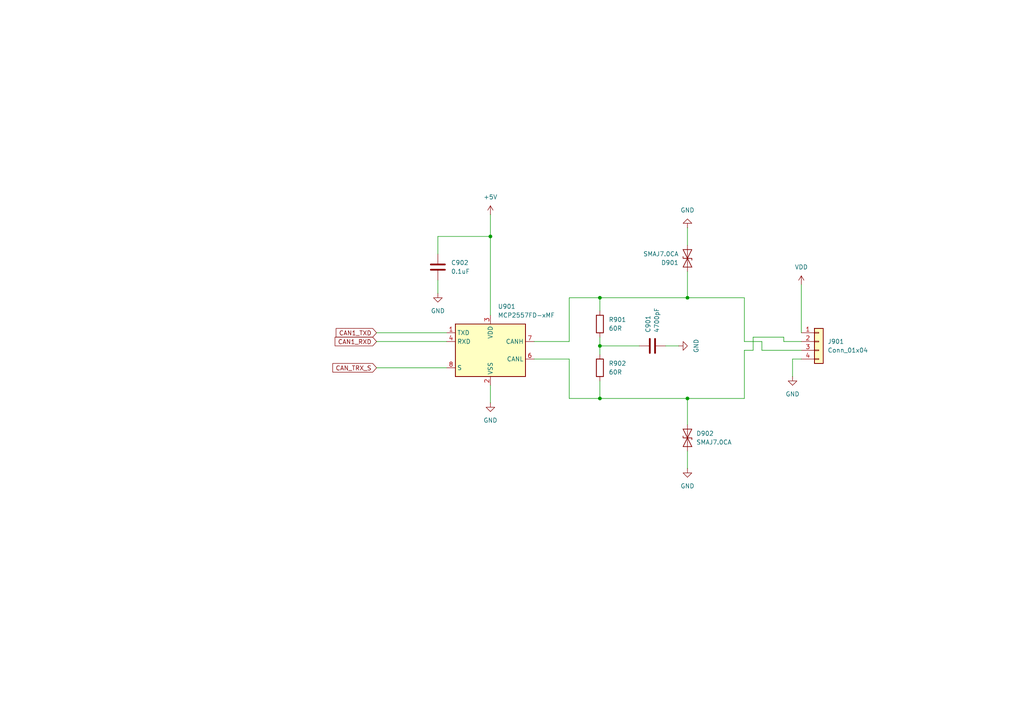
<source format=kicad_sch>
(kicad_sch (version 20250114) (generator "eeschema") (generator_version "9.0")
  (paper "A4")
  (lib_symbols
    (symbol "Connector_Generic:Conn_01x04" (pin_names (offset 1.016) (hide yes))
      (property "Reference" "J" (at 0 5.08 0))
      (property "Value" "Conn_01x04" (at 0 -7.62 0))
      (symbol "Conn_01x04_1_1"
        (rectangle (start -1.27 3.81) (end 1.27 -6.35) (stroke (width 0.254)) (fill (type background)))
        (rectangle (start -1.27 2.667) (end 0 2.413) (stroke (width 0.1524)))
        (rectangle (start -1.27 0.127) (end 0 -0.127) (stroke (width 0.1524)))
        (rectangle (start -1.27 -2.413) (end 0 -2.667) (stroke (width 0.1524)))
        (rectangle (start -1.27 -4.953) (end 0 -5.207) (stroke (width 0.1524)))
        (pin passive line (at -5.08 2.54 0) (length 3.81) (name "Pin_1") (number "1"))
        (pin passive line (at -5.08 0 0) (length 3.81) (name "Pin_2") (number "2"))
        (pin passive line (at -5.08 -2.54 0) (length 3.81) (name "Pin_3") (number "3"))
        (pin passive line (at -5.08 -5.08 0) (length 3.81) (name "Pin_4") (number "4"))
      )
    )
    (symbol "Device:C" (pin_numbers (hide yes)) (pin_names (offset 0.254))
      (property "Reference" "C" (at 0.635 2.54 0))
      (property "Value" "C" (at 0.635 -2.54 0))
      (symbol "C_0_1"
        (polyline (pts (xy -2.032 0.762) (xy 2.032 0.762)) (stroke (width 0.508)))
        (polyline (pts (xy -2.032 -0.762) (xy 2.032 -0.762)) (stroke (width 0.508)))
      )
      (symbol "C_1_1"
        (pin passive line (at 0 3.81 270) (length 2.794) (name "~") (number "1"))
        (pin passive line (at 0 -3.81 90) (length 2.794) (name "~") (number "2"))
      )
    )
    (symbol "Device:R" (pin_numbers (hide yes)) (pin_names (offset 0))
      (property "Reference" "R" (at 2.032 0 90))
      (property "Value" "R" (at 0 0 90))
      (symbol "R_0_1"
        (rectangle (start -1.016 -2.54) (end 1.016 2.54) (stroke (width 0.254)))
      )
      (symbol "R_1_1"
        (pin passive line (at 0 3.81 270) (length 1.27) (name "~") (number "1"))
        (pin passive line (at 0 -3.81 90) (length 1.27) (name "~") (number "2"))
      )
    )
    (symbol "Diode:SMAJ7.0CA" (pin_numbers (hide yes)) (pin_names (offset 1.016) (hide yes))
      (property "Reference" "D" (at 0 2.54 0))
      (property "Value" "SMAJ7.0CA" (at 0 -2.54 0))
      (symbol "SMAJ7.0CA_0_1"
        (polyline (pts (xy -2.54 -1.27) (xy 0 0) (xy -2.54 1.27) (xy -2.54 -1.27)) (stroke (width 0.2032)))
        (polyline (pts (xy 0.508 1.27) (xy 0 1.27) (xy 0 -1.27) (xy -0.508 -1.27)) (stroke (width 0.2032)))
        (polyline (pts (xy 1.27 0) (xy -1.27 0)))
        (polyline (pts (xy 2.54 1.27) (xy 2.54 -1.27) (xy 0 0) (xy 2.54 1.27)) (stroke (width 0.2032)))
      )
      (symbol "SMAJ7.0CA_1_1"
        (pin passive line (at -3.81 0 0) (length 2.54) (name "A1") (number "1"))
        (pin passive line (at 3.81 0 180) (length 2.54) (name "A2") (number "2"))
      )
    )
    (symbol "Interface_CAN_LIN:MCP2557FD-xMF"
      (property "Reference" "U" (at -10.16 10.16 0))
      (property "Value" "MCP2557FD-xMF" (at 2.54 10.16 0))
      (symbol "MCP2557FD-xMF_0_1"
        (rectangle (start -10.16 7.62) (end 10.16 -7.62) (stroke (width 0.254)) (fill (type background)))
      )
      (symbol "MCP2557FD-xMF_1_1"
        (pin input line (at -12.7 5.08 0) (length 2.54) (name "TXD") (number "1"))
        (pin output line (at -12.7 2.54 0) (length 2.54) (name "RXD") (number "4"))
        (pin input line (at -12.7 -5.08 0) (length 2.54) (name "S") (number "8"))
        (pin no_connect line (at -10.16 -2.54 0) (length 2.54) (hide yes) (name "NC") (number "5"))
        (pin power_in line (at 0 10.16 270) (length 2.54) (name "VDD") (number "3"))
        (pin power_in line (at 0 -10.16 90) (length 2.54) (name "VSS") (number "2"))
        (pin passive line (at 0 -10.16 90) (length 2.54) (hide yes) (name "VSS") (number "9"))
        (pin bidirectional line (at 12.7 2.54 180) (length 2.54) (name "CANH") (number "7"))
        (pin bidirectional line (at 12.7 -2.54 180) (length 2.54) (name "CANL") (number "6"))
      )
    )
    (symbol "power:+5V" (power) (pin_numbers (hide yes)) (pin_names (offset 0) (hide yes))
      (property "Value" "+5V" (at 0 3.556 0))
      (symbol "+5V_0_1"
        (polyline (pts (xy -0.762 1.27) (xy 0 2.54)))
        (polyline (pts (xy 0 2.54) (xy 0.762 1.27)))
        (polyline (pts (xy 0 0) (xy 0 2.54)))
      )
      (symbol "+5V_1_1"
        (pin power_in line (at 0 0 90) (length 0) (name "~") (number "1"))
      )
    )
    (symbol "power:GND" (power) (pin_numbers (hide yes)) (pin_names (offset 0) (hide yes))
      (property "Value" "GND" (at 0 -3.81 0))
      (symbol "GND_0_1"
        (polyline (pts (xy 0 0) (xy 0 -1.27) (xy 1.27 -1.27) (xy 0 -2.54) (xy -1.27 -1.27) (xy 0 -1.27)))
      )
      (symbol "GND_1_1"
        (pin power_in line (at 0 0 270) (length 0) (name "~") (number "1"))
      )
    )
    (symbol "power:VDD" (power) (pin_numbers (hide yes)) (pin_names (offset 0) (hide yes))
      (property "Value" "VDD" (at 0 3.556 0))
      (symbol "VDD_0_1"
        (polyline (pts (xy -0.762 1.27) (xy 0 2.54)))
        (polyline (pts (xy 0 2.54) (xy 0.762 1.27)))
        (polyline (pts (xy 0 0) (xy 0 2.54)))
      )
      (symbol "VDD_1_1"
        (pin power_in line (at 0 0 90) (length 0) (name "~") (number "1"))
      )
    )
  )
  (junction (at 199.39 86.36))
  (junction (at 173.99 100.33))
  (junction (at 142.24 68.58))
  (junction (at 199.39 115.57))
  (junction (at 173.99 115.57))
  (junction (at 173.99 86.36))
  (wire (pts (xy 199.39 78.74) (xy 199.39 86.36)))
  (wire (pts (xy 215.9 115.57) (xy 215.9 101.6)))
  (wire (pts (xy 173.99 86.36) (xy 199.39 86.36)))
  (wire (pts (xy 199.39 71.12) (xy 199.39 66.04)))
  (wire (pts (xy 127 68.58) (xy 142.24 68.58)))
  (wire (pts (xy 165.1 99.06) (xy 165.1 86.36)))
  (wire (pts (xy 193.04 100.33) (xy 196.85 100.33)))
  (wire (pts (xy 127 73.66) (xy 127 68.58)))
  (wire (pts (xy 109.22 99.06) (xy 129.54 99.06)))
  (wire (pts (xy 227.33 99.06) (xy 232.41 99.06)))
  (wire (pts (xy 232.41 82.55) (xy 232.41 96.52)))
  (wire (pts (xy 142.24 62.23) (xy 142.24 68.58)))
  (wire (pts (xy 215.9 99.06) (xy 220.98 99.06)))
  (wire (pts (xy 154.94 104.14) (xy 165.1 104.14)))
  (wire (pts (xy 199.39 115.57) (xy 215.9 115.57)))
  (wire (pts (xy 229.87 104.14) (xy 229.87 109.22)))
  (wire (pts (xy 227.33 97.79) (xy 227.33 99.06)))
  (wire (pts (xy 220.98 101.6) (xy 232.41 101.6)))
  (wire (pts (xy 173.99 115.57) (xy 173.99 110.49)))
  (wire (pts (xy 154.94 99.06) (xy 165.1 99.06)))
  (wire (pts (xy 199.39 115.57) (xy 199.39 123.19)))
  (wire (pts (xy 199.39 130.81) (xy 199.39 135.89)))
  (wire (pts (xy 185.42 100.33) (xy 173.99 100.33)))
  (wire (pts (xy 173.99 115.57) (xy 199.39 115.57)))
  (wire (pts (xy 142.24 111.76) (xy 142.24 116.84)))
  (wire (pts (xy 218.44 97.79) (xy 227.33 97.79)))
  (wire (pts (xy 142.24 68.58) (xy 142.24 91.44)))
  (wire (pts (xy 199.39 86.36) (xy 215.9 86.36)))
  (wire (pts (xy 173.99 100.33) (xy 173.99 102.87)))
  (wire (pts (xy 218.44 101.6) (xy 218.44 97.79)))
  (wire (pts (xy 215.9 101.6) (xy 218.44 101.6)))
  (wire (pts (xy 165.1 104.14) (xy 165.1 115.57)))
  (wire (pts (xy 109.22 106.68) (xy 129.54 106.68)))
  (wire (pts (xy 232.41 104.14) (xy 229.87 104.14)))
  (wire (pts (xy 165.1 115.57) (xy 173.99 115.57)))
  (wire (pts (xy 173.99 86.36) (xy 173.99 90.17)))
  (wire (pts (xy 109.22 96.52) (xy 129.54 96.52)))
  (wire (pts (xy 165.1 86.36) (xy 173.99 86.36)))
  (wire (pts (xy 220.98 99.06) (xy 220.98 101.6)))
  (wire (pts (xy 127 81.28) (xy 127 85.09)))
  (wire (pts (xy 173.99 97.79) (xy 173.99 100.33)))
  (wire (pts (xy 215.9 86.36) (xy 215.9 99.06)))
  (global_label "CAN1_RXD" (shape input) (at 109.22 99.06 180) (property "Intersheetrefs" "${INTERSHEET_REFS}" (effects (hide yes))))
  (global_label "CAN_TRX_S" (shape input) (at 109.22 106.68 180) (property "Intersheetrefs" "${INTERSHEET_REFS}" (effects (hide yes))))
  (global_label "CAN1_TXD" (shape input) (at 109.22 96.52 180) (property "Intersheetrefs" "${INTERSHEET_REFS}" (effects (hide yes))))
  (symbol (lib_id "power:GND") (at 142.24 116.84 0) (unit 1)
    (property "Reference" "#PWR0902" (effects (hide yes)))
    (property "Value" "GND" (at 142.24 121.92 0))
    (property "Description" "Power symbol creates a global label with name \"GND\" , ground" (effects (hide yes)))
  )
  (symbol (lib_id "power:GND") (at 199.39 135.89 0) (unit 1)
    (property "Reference" "#PWR0905" (effects (hide yes)))
    (property "Value" "GND" (at 199.39 140.97 0))
    (property "Description" "Power symbol creates a global label with name \"GND\" , ground" (effects (hide yes)))
  )
  (symbol (lib_id "Diode:SMAJ7.0CA") (at 199.39 127 90) (unit 1)
    (property "Reference" "D902" (at 201.93 125.7299 90) (effects (justify right)))
    (property "Value" "SMAJ7.0CA" (at 201.93 128.2699 90) (effects (justify right)))
    (property "Footprint" "Diode_SMD:D_SMA" (effects (hide yes)))
    (property "Datasheet" "https://www.littelfuse.com/media?resourcetype=datasheets&itemid=75e32973-b177-4ee3-a0ff-cedaf1abdb93&filename=smaj-datasheet" (effects (hide yes)))
    (property "Description" "400W bidirectional Transient Voltage Suppressor, 7.0Vr, SMA(DO-214AC)" (effects (hide yes)))
  )
  (symbol (lib_id "Diode:SMAJ7.0CA") (at 199.39 74.93 270) (unit 1)
    (property "Reference" "D901" (at 196.85 76.2001 90) (effects (justify right)))
    (property "Value" "SMAJ7.0CA" (at 196.85 73.6601 90) (effects (justify right)))
    (property "Footprint" "Diode_SMD:D_SMA" (effects (hide yes)))
    (property "Datasheet" "https://www.littelfuse.com/media?resourcetype=datasheets&itemid=75e32973-b177-4ee3-a0ff-cedaf1abdb93&filename=smaj-datasheet" (effects (hide yes)))
    (property "Description" "400W bidirectional Transient Voltage Suppressor, 7.0Vr, SMA(DO-214AC)" (effects (hide yes)))
  )
  (symbol (lib_id "power:+5V") (at 142.24 62.23 0) (unit 1)
    (property "Reference" "#PWR0901" (effects (hide yes)))
    (property "Value" "+5V" (at 142.24 57.15 0))
    (property "Description" "Power symbol creates a global label with name \"+5V\"" (effects (hide yes)))
  )
  (symbol (lib_id "Device:C") (at 189.23 100.33 90) (unit 1)
    (property "Reference" "C901" (at 187.9599 96.52 0) (effects (justify left)))
    (property "Value" "4700pF" (at 190.4999 96.52 0) (effects (justify left)))
    (property "Footprint" "Capacitor_SMD:C_0603_1608Metric_Pad1.08x0.95mm_HandSolder" (effects (hide yes)))
    (property "Description" "Unpolarized capacitor" (effects (hide yes)))
  )
  (symbol (lib_id "Interface_CAN_LIN:MCP2557FD-xMF") (at 142.24 101.6 0) (unit 1)
    (property "Reference" "U901" (at 144.3833 88.9 0) (effects (justify left)))
    (property "Value" "MCP2557FD-xMF" (at 144.3833 91.44 0) (effects (justify left)))
    (property "Footprint" "Package_DFN_QFN:DFN-8-1EP_3x3mm_P0.65mm_EP1.55x2.4mm" (effects (hide yes)))
    (property "Datasheet" "https://ww1.microchip.com/downloads/en/DeviceDoc/20005533A.pdf" (effects (hide yes)))
    (property "Description" "CAN FD Transceiver with Silent Mode, up to 8 Mbps, DFN-8" (effects (hide yes)))
  )
  (symbol (lib_id "Connector_Generic:Conn_01x04") (at 237.49 99.06 0) (unit 1)
    (property "Reference" "J901" (at 240.03 99.0599 0) (effects (justify left)))
    (property "Value" "Conn_01x04" (at 240.03 101.5999 0) (effects (justify left)))
    (property "Footprint" "Connector_JST:JST_PH_S4B-PH-K_1x04_P2.00mm_Horizontal" (effects (hide yes)))
    (property "Description" "Generic connector, single row, 01x04, script generated (kicad-library-utils/schlib/autogen/connector/)" (effects (hide yes)))
  )
  (symbol (lib_id "power:GND") (at 127 85.09 0) (unit 1)
    (property "Reference" "#PWR0908" (effects (hide yes)))
    (property "Value" "GND" (at 127 90.17 0))
    (property "Description" "Power symbol creates a global label with name \"GND\" , ground" (effects (hide yes)))
  )
  (symbol (lib_id "Device:R") (at 173.99 93.98 0) (unit 1)
    (property "Reference" "R901" (at 176.53 92.7099 0) (effects (justify left)))
    (property "Value" "60R" (at 176.53 95.2499 0) (effects (justify left)))
    (property "Footprint" "Resistor_SMD:R_0603_1608Metric_Pad0.98x0.95mm_HandSolder" (effects (hide yes)))
    (property "Description" "Resistor" (effects (hide yes)))
  )
  (symbol (lib_id "power:GND") (at 196.85 100.33 90) (unit 1)
    (property "Reference" "#PWR0903" (effects (hide yes)))
    (property "Value" "GND" (at 201.93 100.33 0))
    (property "Description" "Power symbol creates a global label with name \"GND\" , ground" (effects (hide yes)))
  )
  (symbol (lib_id "Device:R") (at 173.99 106.68 0) (unit 1)
    (property "Reference" "R902" (at 176.53 105.4099 0) (effects (justify left)))
    (property "Value" "60R" (at 176.53 107.9499 0) (effects (justify left)))
    (property "Footprint" "Resistor_SMD:R_0603_1608Metric_Pad0.98x0.95mm_HandSolder" (effects (hide yes)))
    (property "Description" "Resistor" (effects (hide yes)))
  )
  (symbol (lib_id "power:VDD") (at 232.41 82.55 0) (unit 1)
    (property "Reference" "#PWR0907" (effects (hide yes)))
    (property "Value" "VDD" (at 232.41 77.47 0))
    (property "Description" "Power symbol creates a global label with name \"VDD\"" (effects (hide yes)))
  )
  (symbol (lib_id "power:GND") (at 199.39 66.04 180) (unit 1)
    (property "Reference" "#PWR0904" (effects (hide yes)))
    (property "Value" "GND" (at 199.39 60.96 0))
    (property "Description" "Power symbol creates a global label with name \"GND\" , ground" (effects (hide yes)))
  )
  (symbol (lib_id "Device:C") (at 127 77.47 0) (unit 1)
    (property "Reference" "C902" (at 130.81 76.1999 0) (effects (justify left)))
    (property "Value" "0.1uF" (at 130.81 78.7399 0) (effects (justify left)))
    (property "Footprint" "Capacitor_SMD:C_0603_1608Metric_Pad1.08x0.95mm_HandSolder" (effects (hide yes)))
    (property "Description" "Unpolarized capacitor" (effects (hide yes)))
  )
  (symbol (lib_id "power:GND") (at 229.87 109.22 0) (unit 1)
    (property "Reference" "#PWR0906" (effects (hide yes)))
    (property "Value" "GND" (at 229.87 114.3 0))
    (property "Description" "Power symbol creates a global label with name \"GND\" , ground" (effects (hide yes)))
  )
)
</source>
